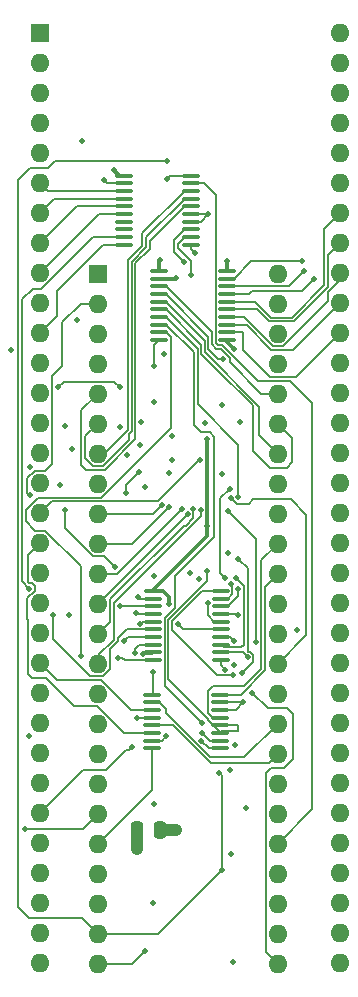
<source format=gbr>
G04 #@! TF.GenerationSoftware,KiCad,Pcbnew,7.0.5*
G04 #@! TF.CreationDate,2023-06-23T21:15:38-07:00*
G04 #@! TF.ProjectId,MCL68,4d434c36-382e-46b6-9963-61645f706362,rev?*
G04 #@! TF.SameCoordinates,Original*
G04 #@! TF.FileFunction,Copper,L4,Bot*
G04 #@! TF.FilePolarity,Positive*
%FSLAX46Y46*%
G04 Gerber Fmt 4.6, Leading zero omitted, Abs format (unit mm)*
G04 Created by KiCad (PCBNEW 7.0.5) date 2023-06-23 21:15:38*
%MOMM*%
%LPD*%
G01*
G04 APERTURE LIST*
G04 Aperture macros list*
%AMRoundRect*
0 Rectangle with rounded corners*
0 $1 Rounding radius*
0 $2 $3 $4 $5 $6 $7 $8 $9 X,Y pos of 4 corners*
0 Add a 4 corners polygon primitive as box body*
4,1,4,$2,$3,$4,$5,$6,$7,$8,$9,$2,$3,0*
0 Add four circle primitives for the rounded corners*
1,1,$1+$1,$2,$3*
1,1,$1+$1,$4,$5*
1,1,$1+$1,$6,$7*
1,1,$1+$1,$8,$9*
0 Add four rect primitives between the rounded corners*
20,1,$1+$1,$2,$3,$4,$5,0*
20,1,$1+$1,$4,$5,$6,$7,0*
20,1,$1+$1,$6,$7,$8,$9,0*
20,1,$1+$1,$8,$9,$2,$3,0*%
G04 Aperture macros list end*
G04 #@! TA.AperFunction,ComponentPad*
%ADD10R,1.600000X1.600000*%
G04 #@! TD*
G04 #@! TA.AperFunction,ComponentPad*
%ADD11O,1.600000X1.600000*%
G04 #@! TD*
G04 #@! TA.AperFunction,SMDPad,CuDef*
%ADD12RoundRect,0.250000X-0.250000X-0.475000X0.250000X-0.475000X0.250000X0.475000X-0.250000X0.475000X0*%
G04 #@! TD*
G04 #@! TA.AperFunction,SMDPad,CuDef*
%ADD13RoundRect,0.100000X-0.637500X-0.100000X0.637500X-0.100000X0.637500X0.100000X-0.637500X0.100000X0*%
G04 #@! TD*
G04 #@! TA.AperFunction,SMDPad,CuDef*
%ADD14RoundRect,0.100000X0.637500X0.100000X-0.637500X0.100000X-0.637500X-0.100000X0.637500X-0.100000X0*%
G04 #@! TD*
G04 #@! TA.AperFunction,ViaPad*
%ADD15C,0.500000*%
G04 #@! TD*
G04 #@! TA.AperFunction,Conductor*
%ADD16C,0.152400*%
G04 #@! TD*
G04 #@! TA.AperFunction,Conductor*
%ADD17C,0.304800*%
G04 #@! TD*
G04 #@! TA.AperFunction,Conductor*
%ADD18C,1.016000*%
G04 #@! TD*
G04 APERTURE END LIST*
D10*
X144043400Y-75793600D03*
D11*
X144043400Y-78333600D03*
X144043400Y-80873600D03*
X144043400Y-83413600D03*
X144043400Y-85953600D03*
X144043400Y-88493600D03*
X144043400Y-91033600D03*
X144043400Y-93573600D03*
X144043400Y-96113600D03*
X144043400Y-98653600D03*
X144043400Y-101193600D03*
X144043400Y-103733600D03*
X144043400Y-106273600D03*
X144043400Y-108813600D03*
X144043400Y-111353600D03*
X144043400Y-113893600D03*
X144043400Y-116433600D03*
X144043400Y-118973600D03*
X144043400Y-121513600D03*
X144043400Y-124053600D03*
X144043400Y-126593600D03*
X144043400Y-129133600D03*
X144043400Y-131673600D03*
X144043400Y-134213600D03*
X159283400Y-134213600D03*
X159283400Y-131673600D03*
X159283400Y-129133600D03*
X159283400Y-126593600D03*
X159283400Y-124053600D03*
X159283400Y-121513600D03*
X159283400Y-118973600D03*
X159283400Y-116433600D03*
X159283400Y-113893600D03*
X159283400Y-111353600D03*
X159283400Y-108813600D03*
X159283400Y-106273600D03*
X159283400Y-103733600D03*
X159283400Y-101193600D03*
X159283400Y-98653600D03*
X159283400Y-96113600D03*
X159283400Y-93573600D03*
X159283400Y-91033600D03*
X159283400Y-88493600D03*
X159283400Y-85953600D03*
X159283400Y-83413600D03*
X159283400Y-80873600D03*
X159283400Y-78333600D03*
X159283400Y-75793600D03*
D10*
X139141200Y-55397400D03*
D11*
X139141200Y-57937400D03*
X139141200Y-60477400D03*
X139141200Y-63017400D03*
X139141200Y-65557400D03*
X139141200Y-68097400D03*
X139141200Y-70637400D03*
X139141200Y-73177400D03*
X139141200Y-75717400D03*
X139141200Y-78257400D03*
X139141200Y-80797400D03*
X139141200Y-83337400D03*
X139141200Y-85877400D03*
X139141200Y-88417400D03*
X139141200Y-90957400D03*
X139141200Y-93497400D03*
X139141200Y-96037400D03*
X139141200Y-98577400D03*
X139141200Y-101117400D03*
X139141200Y-103657400D03*
X139141200Y-106197400D03*
X139141200Y-108737400D03*
X139141200Y-111277400D03*
X139141200Y-113817400D03*
X139141200Y-116357400D03*
X139141200Y-118897400D03*
X139141200Y-121437400D03*
X139141200Y-123977400D03*
X139141200Y-126517400D03*
X139141200Y-129057400D03*
X139141200Y-131597400D03*
X139141200Y-134137400D03*
X164541200Y-134137400D03*
X164541200Y-131597400D03*
X164541200Y-129057400D03*
X164541200Y-126517400D03*
X164541200Y-123977400D03*
X164541200Y-121437400D03*
X164541200Y-118897400D03*
X164541200Y-116357400D03*
X164541200Y-113817400D03*
X164541200Y-111277400D03*
X164541200Y-108737400D03*
X164541200Y-106197400D03*
X164541200Y-103657400D03*
X164541200Y-101117400D03*
X164541200Y-98577400D03*
X164541200Y-96037400D03*
X164541200Y-93497400D03*
X164541200Y-90957400D03*
X164541200Y-88417400D03*
X164541200Y-85877400D03*
X164541200Y-83337400D03*
X164541200Y-80797400D03*
X164541200Y-78257400D03*
X164541200Y-75717400D03*
X164541200Y-73177400D03*
X164541200Y-70637400D03*
X164541200Y-68097400D03*
X164541200Y-65557400D03*
X164541200Y-63017400D03*
X164541200Y-60477400D03*
X164541200Y-57937400D03*
X164541200Y-55397400D03*
D12*
X147386000Y-122885200D03*
X149286000Y-122885200D03*
D13*
X148623100Y-115965400D03*
X148623100Y-115315400D03*
X148623100Y-114665400D03*
X148623100Y-114015400D03*
X148623100Y-113365400D03*
X148623100Y-112715400D03*
X148623100Y-112065400D03*
X148623100Y-111415400D03*
X154348100Y-111415400D03*
X154348100Y-112065400D03*
X154348100Y-112715400D03*
X154348100Y-113365400D03*
X154348100Y-114015400D03*
X154348100Y-114665400D03*
X154348100Y-115315400D03*
X154348100Y-115965400D03*
D14*
X154457400Y-102653000D03*
X154457400Y-103303000D03*
X154457400Y-103953000D03*
X154457400Y-104603000D03*
X154457400Y-105253000D03*
X154457400Y-105903000D03*
X154457400Y-106553000D03*
X154457400Y-107203000D03*
X154457400Y-107853000D03*
X154457400Y-108503000D03*
X148732400Y-108503000D03*
X148732400Y-107853000D03*
X148732400Y-107203000D03*
X148732400Y-106553000D03*
X148732400Y-105903000D03*
X148732400Y-105253000D03*
X148732400Y-104603000D03*
X148732400Y-103953000D03*
X148732400Y-103303000D03*
X148732400Y-102653000D03*
X151942800Y-67474000D03*
X151942800Y-68124000D03*
X151942800Y-68774000D03*
X151942800Y-69424000D03*
X151942800Y-70074000D03*
X151942800Y-70724000D03*
X151942800Y-71374000D03*
X151942800Y-72024000D03*
X151942800Y-72674000D03*
X151942800Y-73324000D03*
X146217800Y-73324000D03*
X146217800Y-72674000D03*
X146217800Y-72024000D03*
X146217800Y-71374000D03*
X146217800Y-70724000D03*
X146217800Y-70074000D03*
X146217800Y-69424000D03*
X146217800Y-68774000D03*
X146217800Y-68124000D03*
X146217800Y-67474000D03*
X154965400Y-75555800D03*
X154965400Y-76205800D03*
X154965400Y-76855800D03*
X154965400Y-77505800D03*
X154965400Y-78155800D03*
X154965400Y-78805800D03*
X154965400Y-79455800D03*
X154965400Y-80105800D03*
X154965400Y-80755800D03*
X154965400Y-81405800D03*
X149240400Y-81405800D03*
X149240400Y-80755800D03*
X149240400Y-80105800D03*
X149240400Y-79455800D03*
X149240400Y-78805800D03*
X149240400Y-78155800D03*
X149240400Y-77505800D03*
X149240400Y-76855800D03*
X149240400Y-76205800D03*
X149240400Y-75555800D03*
D15*
X149840380Y-114939000D03*
X151866600Y-101092010D03*
X146431000Y-94386400D03*
X147550435Y-92557298D03*
X142231400Y-79730600D03*
X149606000Y-82575400D03*
X141859000Y-90652600D03*
X147599400Y-90271600D03*
X147671600Y-88341200D03*
X141208822Y-88703022D03*
X140788200Y-93684125D03*
X153361200Y-103632000D03*
X155701094Y-101550106D03*
X138328400Y-92176600D03*
X155579000Y-106908600D03*
X142697200Y-64566800D03*
X156714000Y-108258720D03*
X148793200Y-101346000D03*
X156032200Y-88315800D03*
X144576800Y-67868800D03*
X148742400Y-109474000D03*
X148818600Y-120675400D03*
X152273000Y-74015600D03*
X148005800Y-93878400D03*
X150626478Y-76153678D03*
X154990800Y-74752200D03*
X155549600Y-82143600D03*
X150622000Y-122885200D03*
X152810962Y-114660163D03*
X150016219Y-92638938D03*
X154833985Y-109314273D03*
X147447000Y-103149400D03*
X148712200Y-129082800D03*
X153390600Y-70739000D03*
X152654000Y-91524231D03*
X147574000Y-105410000D03*
X138222166Y-102445175D03*
X150786714Y-105463797D03*
X153106600Y-88432719D03*
X146532600Y-91135200D03*
X148793200Y-86664800D03*
X146913600Y-115900200D03*
X147294600Y-104546400D03*
X145948422Y-103906922D03*
X141605000Y-104698800D03*
X162331400Y-76250800D03*
X161497804Y-75569000D03*
X161284243Y-74721047D03*
X156337000Y-112090200D03*
X156235400Y-109626400D03*
X155938822Y-99915378D03*
X153301443Y-100949783D03*
X152624600Y-101648259D03*
X147320000Y-113411000D03*
X154325922Y-118038278D03*
X149885400Y-67741800D03*
X154533600Y-126238000D03*
X155676600Y-115671600D03*
X155448000Y-109753400D03*
X149910800Y-66268600D03*
X148024366Y-133153634D03*
X145865360Y-88763396D03*
X138172000Y-114919613D03*
X150342600Y-89560400D03*
X150317200Y-91592400D03*
X154580400Y-92786200D03*
X155016200Y-95885000D03*
X157407796Y-106984800D03*
X155194000Y-94005400D03*
X154809895Y-101537138D03*
X145389600Y-67005200D03*
X147370800Y-124485400D03*
X155041600Y-99466400D03*
X149326600Y-74625200D03*
X155524200Y-108915200D03*
X155219400Y-117830600D03*
X154551300Y-86926500D03*
X152788849Y-115312191D03*
X155270202Y-124884100D03*
X155448000Y-134086600D03*
X153238200Y-97155000D03*
X153238200Y-89789000D03*
X150037800Y-103733600D03*
X147175837Y-107894967D03*
X145867722Y-85403600D03*
X140694600Y-85398796D03*
X151917400Y-75920600D03*
X146257731Y-106852233D03*
X136719596Y-82287216D03*
X140246543Y-104690200D03*
X155288495Y-102060535D03*
X147825085Y-107959047D03*
X155902100Y-102455600D03*
X145469800Y-100609400D03*
X145745200Y-108305600D03*
X141274800Y-95783400D03*
X138277600Y-94538796D03*
X155287910Y-94786089D03*
X152746690Y-95781831D03*
X152102962Y-95675799D03*
X151649993Y-96145318D03*
X151120750Y-95700491D03*
X150080378Y-95508000D03*
X149438428Y-95391681D03*
X137828624Y-122775376D03*
X148818600Y-83642200D03*
X142570200Y-108153200D03*
X152811093Y-113796693D03*
X156616400Y-121005600D03*
X160858200Y-105994200D03*
X155934600Y-94699945D03*
X154670176Y-83048915D03*
X151307800Y-74777600D03*
X155897932Y-104662117D03*
X157124400Y-111302800D03*
D16*
X149463980Y-115315400D02*
X149840380Y-114939000D01*
X148623100Y-115315400D02*
X149463980Y-115315400D01*
X146431000Y-94386400D02*
X146431000Y-93676733D01*
X146431000Y-93676733D02*
X147550435Y-92557298D01*
X146217800Y-68774000D02*
X139817800Y-68774000D01*
X139817800Y-68774000D02*
X139141200Y-68097400D01*
X140354600Y-69424000D02*
X139141200Y-70637400D01*
X146217800Y-69424000D02*
X140354600Y-69424000D01*
X142244600Y-70074000D02*
X139141200Y-73177400D01*
X146217800Y-70074000D02*
X142244600Y-70074000D01*
X146217800Y-70724000D02*
X144134600Y-70724000D01*
X144134600Y-70724000D02*
X139141200Y-75717400D01*
X153905189Y-105253000D02*
X153361200Y-104709011D01*
X153361200Y-104709011D02*
X153361200Y-103632000D01*
X154457400Y-105253000D02*
X153905189Y-105253000D01*
X140538200Y-77241600D02*
X140538200Y-79400400D01*
X146217800Y-73324000D02*
X144455800Y-73324000D01*
X144455800Y-73324000D02*
X140538200Y-77241600D01*
X140538200Y-79400400D02*
X139141200Y-80797400D01*
X156387800Y-102236812D02*
X155701094Y-101550106D01*
X154671000Y-107416600D02*
X156184600Y-107416600D01*
X156387800Y-107213400D02*
X156387800Y-102236812D01*
X154457400Y-107203000D02*
X154671000Y-107416600D01*
X156184600Y-107416600D02*
X156387800Y-107213400D01*
X155223400Y-106553000D02*
X155579000Y-106908600D01*
X154457400Y-106553000D02*
X155223400Y-106553000D01*
X154457400Y-107853000D02*
X156308280Y-107853000D01*
X156308280Y-107853000D02*
X156714000Y-108258720D01*
X154965400Y-74777600D02*
X154990800Y-74752200D01*
X150574356Y-76205800D02*
X150626478Y-76153678D01*
X151942800Y-73324000D02*
X151942800Y-73685400D01*
D17*
X154965400Y-75555800D02*
X154965400Y-74777600D01*
D16*
X144832000Y-68124000D02*
X144576800Y-67868800D01*
X153523739Y-115315400D02*
X152868502Y-114660163D01*
X154965400Y-81405800D02*
X154965400Y-81559400D01*
X148742400Y-111296100D02*
X148742400Y-109474000D01*
X151942800Y-70724000D02*
X153375600Y-70724000D01*
X152755600Y-71374000D02*
X153390600Y-70739000D01*
X148732400Y-103303000D02*
X147600600Y-103303000D01*
X154348100Y-115315400D02*
X153523739Y-115315400D01*
X153375600Y-70724000D02*
X153390600Y-70739000D01*
X148623100Y-111415400D02*
X148742400Y-111296100D01*
X146217800Y-68124000D02*
X144832000Y-68124000D01*
X152868502Y-114660163D02*
X152810962Y-114660163D01*
D17*
X149240400Y-76205800D02*
X150574356Y-76205800D01*
D16*
X154457400Y-108937688D02*
X154833985Y-109314273D01*
D17*
X154965400Y-81559400D02*
X155549600Y-82143600D01*
D16*
X151942800Y-73685400D02*
X152273000Y-74015600D01*
X147600600Y-103303000D02*
X147447000Y-103149400D01*
X154457400Y-108503000D02*
X154457400Y-108937688D01*
X151942800Y-71374000D02*
X152755600Y-71374000D01*
D18*
X149286000Y-122885200D02*
X150622000Y-122885200D01*
D16*
X139141200Y-96037400D02*
X140131800Y-95046800D01*
X149106037Y-95046800D02*
X152628606Y-91524231D01*
X140131800Y-95046800D02*
X149106037Y-95046800D01*
X152628606Y-91524231D02*
X152654000Y-91524231D01*
X138099800Y-99618800D02*
X139141200Y-98577400D01*
X138700766Y-102246932D02*
X138420409Y-101966575D01*
X138074400Y-103269784D02*
X138700766Y-102643418D01*
X139674600Y-110032800D02*
X138430000Y-110032800D01*
X138430000Y-110032800D02*
X138099800Y-109702600D01*
X146269861Y-114665400D02*
X143986661Y-112382200D01*
X138174618Y-101966575D02*
X138099800Y-101891757D01*
X143986661Y-112382200D02*
X142024000Y-112382200D01*
X138700766Y-102643418D02*
X138700766Y-102246932D01*
X142024000Y-112382200D02*
X139674600Y-110032800D01*
X138099800Y-105053652D02*
X138074400Y-105028252D01*
X138099800Y-101891757D02*
X138099800Y-99618800D01*
X138074400Y-105028252D02*
X138074400Y-103269784D01*
X148623100Y-114665400D02*
X146269861Y-114665400D01*
X138099800Y-109702600D02*
X138099800Y-105053652D01*
X138420409Y-101966575D02*
X138174618Y-101966575D01*
X147731000Y-105253000D02*
X147574000Y-105410000D01*
X148732400Y-105253000D02*
X147731000Y-105253000D01*
X146217800Y-72674000D02*
X143639261Y-72674000D01*
X143639261Y-72674000D02*
X139249661Y-77063600D01*
X138506200Y-77063600D02*
X137617200Y-77952600D01*
X137617200Y-77952600D02*
X137617200Y-101840209D01*
X139249661Y-77063600D02*
X138506200Y-77063600D01*
X137617200Y-101840209D02*
X138222166Y-102445175D01*
X151225917Y-105903000D02*
X150786714Y-105463797D01*
X154457400Y-105903000D02*
X151225917Y-105903000D01*
X146878400Y-112715400D02*
X144310000Y-110147000D01*
X140550800Y-110147000D02*
X139141200Y-108737400D01*
X148623100Y-112715400D02*
X146878400Y-112715400D01*
X144310000Y-110147000D02*
X140550800Y-110147000D01*
X146405600Y-116103400D02*
X144703800Y-117805200D01*
X142773400Y-117805200D02*
X139141200Y-121437400D01*
X146710400Y-116103400D02*
X146405600Y-116103400D01*
X148732400Y-104603000D02*
X147351200Y-104603000D01*
X144703800Y-117805200D02*
X142773400Y-117805200D01*
X147351200Y-104603000D02*
X147294600Y-104546400D01*
X146913600Y-115900200D02*
X146710400Y-116103400D01*
X145994500Y-103953000D02*
X145948422Y-103906922D01*
X148732400Y-103953000D02*
X145994500Y-103953000D01*
X154965400Y-80755800D02*
X156337000Y-80755800D01*
X156337000Y-80755800D02*
X156337000Y-82270600D01*
X158623000Y-84556600D02*
X160782000Y-84556600D01*
X160782000Y-84556600D02*
X164541200Y-80797400D01*
X156337000Y-82270600D02*
X158623000Y-84556600D01*
X156629887Y-80105800D02*
X158731087Y-82207000D01*
X158731087Y-82207000D02*
X160591600Y-82207000D01*
X154965400Y-80105800D02*
X156629887Y-80105800D01*
X160591600Y-82207000D02*
X164541200Y-78257400D01*
X164541200Y-76301600D02*
X164541200Y-75717400D01*
X156410939Y-79455800D02*
X158857339Y-81902200D01*
X163499800Y-78111861D02*
X163499800Y-77343000D01*
X158857339Y-81902200D02*
X159709461Y-81902200D01*
X163499800Y-77343000D02*
X164541200Y-76301600D01*
X159709461Y-81902200D02*
X163499800Y-78111861D01*
X154965400Y-79455800D02*
X156410939Y-79455800D01*
X163512600Y-74206000D02*
X164541200Y-73177400D01*
X154965400Y-78805800D02*
X157546548Y-78805800D01*
X158547548Y-79806800D02*
X160604948Y-79806800D01*
X160604948Y-79806800D02*
X163512600Y-76899148D01*
X157546548Y-78805800D02*
X158547548Y-79806800D01*
X163512600Y-76899148D02*
X163512600Y-74206000D01*
X154965400Y-78155800D02*
X157327600Y-78155800D01*
X160436586Y-79502000D02*
X163207800Y-76730786D01*
X163207800Y-71970800D02*
X164541200Y-70637400D01*
X163207800Y-76730786D02*
X163207800Y-71970800D01*
X157327600Y-78155800D02*
X158673800Y-79502000D01*
X158673800Y-79502000D02*
X160436586Y-79502000D01*
X157124400Y-77216000D02*
X156794200Y-77546200D01*
X161340800Y-77216000D02*
X157124400Y-77216000D01*
X162331400Y-76250800D02*
X162306000Y-76250800D01*
X162306000Y-76250800D02*
X161340800Y-77216000D01*
X155005800Y-77546200D02*
X154965400Y-77505800D01*
X156794200Y-77546200D02*
X155005800Y-77546200D01*
X160211004Y-76855800D02*
X161497804Y-75569000D01*
X154965400Y-76855800D02*
X160211004Y-76855800D01*
X157002364Y-74721047D02*
X161284243Y-74721047D01*
X155517611Y-76205800D02*
X157002364Y-74721047D01*
X154965400Y-76205800D02*
X155517611Y-76205800D01*
X156235400Y-109626400D02*
X157192600Y-108669200D01*
X154348100Y-112065400D02*
X156312200Y-112065400D01*
X154348100Y-112715400D02*
X155711800Y-112715400D01*
X155711800Y-112715400D02*
X156337000Y-112090200D01*
X156312200Y-112065400D02*
X156337000Y-112090200D01*
X157192600Y-108669200D02*
X157192600Y-108060477D01*
X156722609Y-100699165D02*
X155938822Y-99915378D01*
X156722609Y-107780120D02*
X156722609Y-100699165D01*
X157192600Y-108060477D02*
X156912243Y-107780120D01*
X156912243Y-107780120D02*
X156722609Y-107780120D01*
X154484900Y-114528600D02*
X154348100Y-114665400D01*
X155905200Y-114528600D02*
X154484900Y-114528600D01*
X153301443Y-101803459D02*
X153301443Y-100949783D01*
X153382000Y-113601511D02*
X153382000Y-113487557D01*
X154348100Y-114567611D02*
X153382000Y-113601511D01*
X150003301Y-105101601D02*
X153301443Y-101803459D01*
X150003301Y-110108858D02*
X150003301Y-105101601D01*
X154348100Y-114015400D02*
X155849200Y-114015400D01*
X153382000Y-113487557D02*
X150003301Y-110108858D01*
X154348100Y-114665400D02*
X154348100Y-114567611D01*
X155905200Y-114071400D02*
X155905200Y-114528600D01*
X155849200Y-114015400D02*
X155905200Y-114071400D01*
X147365600Y-113365400D02*
X147320000Y-113411000D01*
X148623100Y-113365400D02*
X147365600Y-113365400D01*
X151942800Y-67474000D02*
X150127800Y-67474000D01*
X154119103Y-109753400D02*
X154596269Y-109753400D01*
X142722600Y-130352800D02*
X144043400Y-131673600D01*
X155032228Y-109792873D02*
X155071701Y-109753400D01*
X152882954Y-102653000D02*
X150308100Y-105227854D01*
X155071701Y-109753400D02*
X155448000Y-109753400D01*
X150308100Y-105942397D02*
X154119103Y-109753400D01*
X149098000Y-131673600D02*
X144043400Y-131673600D01*
X150308100Y-105227854D02*
X150308100Y-105942397D01*
X154457400Y-102653000D02*
X152882954Y-102653000D01*
X150127800Y-67474000D02*
X150114000Y-67487800D01*
X154635742Y-109792873D02*
X155032228Y-109792873D01*
X140385800Y-66268600D02*
X139776200Y-66878200D01*
X137312400Y-129438400D02*
X138226800Y-130352800D01*
X154533600Y-126238000D02*
X154533600Y-118245956D01*
X154533600Y-126238000D02*
X149098000Y-131673600D01*
X138252200Y-66878200D02*
X137312400Y-67818000D01*
X137312400Y-67818000D02*
X137312400Y-129438400D01*
X150114000Y-67487800D02*
X149885400Y-67716400D01*
X139776200Y-66878200D02*
X138252200Y-66878200D01*
X149885400Y-67716400D02*
X149885400Y-67741800D01*
X154533600Y-118245956D02*
X154325922Y-118038278D01*
X138226800Y-130352800D02*
X142722600Y-130352800D01*
X154596269Y-109753400D02*
X154635742Y-109792873D01*
X149910800Y-66268600D02*
X140385800Y-66268600D01*
X146964400Y-134213600D02*
X148024366Y-133153634D01*
X144043400Y-134213600D02*
X146964400Y-134213600D01*
X144043400Y-124053600D02*
X148623100Y-119473900D01*
X148623100Y-119473900D02*
X148623100Y-115965400D01*
X155016200Y-95885000D02*
X157407802Y-98276602D01*
X157407802Y-98276602D02*
X157407802Y-106984794D01*
X157407802Y-106984794D02*
X157407796Y-106984800D01*
X154406600Y-94792800D02*
X154406600Y-101133843D01*
X154406600Y-101133843D02*
X154809895Y-101537138D01*
X155194000Y-94005400D02*
X154406600Y-94792800D01*
X148732400Y-102653000D02*
X149439796Y-102653000D01*
D17*
X153280631Y-95531166D02*
X153280631Y-89831431D01*
D16*
X149240400Y-74711400D02*
X149326600Y-74625200D01*
X146217800Y-67474000D02*
X145858400Y-67474000D01*
D18*
X147370800Y-122900400D02*
X147386000Y-122885200D01*
X147370800Y-124485400D02*
X147370800Y-122900400D01*
D16*
X154348100Y-115965400D02*
X153442058Y-115965400D01*
X153442058Y-115965400D02*
X152788849Y-115312191D01*
D17*
X149566800Y-102653000D02*
X149284611Y-102653000D01*
D16*
X149284611Y-102653000D02*
X148732400Y-102653000D01*
D17*
X153301490Y-96011637D02*
X153301490Y-95552025D01*
X150037800Y-103124000D02*
X149566800Y-102653000D01*
X153301490Y-95552025D02*
X153280631Y-95531166D01*
X153238200Y-97155000D02*
X153280631Y-97112569D01*
X148732400Y-102545236D02*
X153280631Y-97997005D01*
X148732400Y-102653000D02*
X148732400Y-102545236D01*
X153280631Y-96032496D02*
X153301490Y-96011637D01*
X153280631Y-97997005D02*
X153280631Y-97197431D01*
X145858400Y-67474000D02*
X145389600Y-67005200D01*
X153280631Y-97197431D02*
X153238200Y-97155000D01*
X150037800Y-103733600D02*
X150037800Y-103124000D01*
X153280631Y-97112569D02*
X153280631Y-96032496D01*
D16*
X153280631Y-89831431D02*
X153238200Y-89789000D01*
D17*
X149240400Y-75555800D02*
X149240400Y-74711400D01*
D16*
X148732400Y-107203000D02*
X147533600Y-107203000D01*
X147175837Y-107560763D02*
X147175837Y-107894967D01*
X147533600Y-107203000D02*
X147175837Y-107560763D01*
X151942800Y-72674000D02*
X151390589Y-72674000D01*
X141168396Y-84925000D02*
X140694600Y-85398796D01*
X150825200Y-73618157D02*
X151917400Y-74710357D01*
X145867722Y-85403600D02*
X145389122Y-84925000D01*
X150825200Y-73239389D02*
X150825200Y-73618157D01*
X151390589Y-72674000D02*
X150825200Y-73239389D01*
X145389122Y-84925000D02*
X141168396Y-84925000D01*
X151917400Y-74710357D02*
X151917400Y-75920600D01*
X148732400Y-106553000D02*
X146556964Y-106553000D01*
X146556964Y-106553000D02*
X146257731Y-106852233D01*
X146518083Y-105903000D02*
X145779183Y-106641900D01*
X140246543Y-106700204D02*
X140246543Y-104690200D01*
X145072000Y-109239661D02*
X144469461Y-109842200D01*
X145779183Y-106845100D02*
X145072000Y-107552283D01*
X148732400Y-105903000D02*
X146518083Y-105903000D01*
X145072000Y-107552283D02*
X145072000Y-109239661D01*
X144469461Y-109842200D02*
X143388539Y-109842200D01*
X145779183Y-106641900D02*
X145779183Y-106845100D01*
X143388539Y-109842200D02*
X140246543Y-106700204D01*
X155423500Y-102195540D02*
X155288495Y-102060535D01*
X155423500Y-102889111D02*
X155423500Y-102195540D01*
X154457400Y-103303000D02*
X155009611Y-103303000D01*
X155009611Y-103303000D02*
X155423500Y-102889111D01*
X148626353Y-107959047D02*
X147825085Y-107959047D01*
X148732400Y-107853000D02*
X148626353Y-107959047D01*
X155009611Y-103953000D02*
X155902100Y-103060511D01*
X155902100Y-103060511D02*
X155902100Y-102455600D01*
X154457400Y-103953000D02*
X155009611Y-103953000D01*
X140995400Y-79908400D02*
X142570200Y-78333600D01*
X148732400Y-108503000D02*
X146298200Y-108503000D01*
X144542600Y-99682200D02*
X145469800Y-100609400D01*
X138074400Y-93109539D02*
X138715139Y-92468800D01*
X143617339Y-99682200D02*
X144542600Y-99682200D01*
X140169800Y-91866261D02*
X140169800Y-84417000D01*
X138074400Y-94335596D02*
X138074400Y-93109539D01*
X146298200Y-108503000D02*
X146100800Y-108305600D01*
X139567261Y-92468800D02*
X140169800Y-91866261D01*
X141274800Y-95783400D02*
X141274800Y-97339661D01*
X140169800Y-84417000D02*
X140995400Y-83591400D01*
X146100800Y-108305600D02*
X145745200Y-108305600D01*
X138715139Y-92468800D02*
X139567261Y-92468800D01*
X141274800Y-97339661D02*
X143617339Y-99682200D01*
X138277600Y-94538796D02*
X138074400Y-94335596D01*
X142570200Y-78333600D02*
X144043400Y-78333600D01*
X140995400Y-83591400D02*
X140995400Y-79908400D01*
X158483401Y-117233599D02*
X159283400Y-116433600D01*
X153602362Y-117233599D02*
X158483401Y-117233599D01*
X150384163Y-114015400D02*
X153602362Y-117233599D01*
X148623100Y-114015400D02*
X150384163Y-114015400D01*
X149783800Y-112983985D02*
X149783800Y-112674400D01*
X149783800Y-112674400D02*
X149174800Y-112065400D01*
X153538215Y-116738400D02*
X149783800Y-112983985D01*
X159283400Y-113893600D02*
X156438600Y-116738400D01*
X149174800Y-112065400D02*
X148623100Y-112065400D01*
X156438600Y-116738400D02*
X153538215Y-116738400D01*
X156122052Y-111415400D02*
X158191200Y-109346252D01*
X158191200Y-109346252D02*
X158191200Y-102285800D01*
X154348100Y-111415400D02*
X156122052Y-111415400D01*
X158191200Y-102285800D02*
X159283400Y-101193600D01*
X157886400Y-109220000D02*
X157886400Y-100050600D01*
X153382000Y-111134348D02*
X153823148Y-110693200D01*
X153795889Y-113365400D02*
X153382000Y-112951511D01*
X154348100Y-113365400D02*
X153795889Y-113365400D01*
X153823148Y-110693200D02*
X156413200Y-110693200D01*
X153382000Y-112951511D02*
X153382000Y-111134348D01*
X157886400Y-100050600D02*
X159283400Y-98653600D01*
X156413200Y-110693200D02*
X157886400Y-109220000D01*
X155813229Y-95311408D02*
X155287910Y-94786089D01*
X159283400Y-108813600D02*
X161696400Y-106400600D01*
X161696400Y-96189800D02*
X160401000Y-94894400D01*
X157204718Y-94894400D02*
X156787710Y-95311408D01*
X156787710Y-95311408D02*
X155813229Y-95311408D01*
X160401000Y-94894400D02*
X157204718Y-94894400D01*
X161696400Y-106400600D02*
X161696400Y-96189800D01*
X144043400Y-108813600D02*
X144043400Y-108103148D01*
X152746690Y-96299562D02*
X152746690Y-95781831D01*
X145376800Y-103669452D02*
X152746690Y-96299562D01*
X145376800Y-106769748D02*
X145376800Y-103669452D01*
X144043400Y-108103148D02*
X145376800Y-106769748D01*
X145072000Y-105245000D02*
X145072000Y-103366148D01*
X152128593Y-96435807D02*
X152128593Y-95947075D01*
X152102962Y-95921444D02*
X152102962Y-95675799D01*
X144043400Y-106273600D02*
X145072000Y-105245000D01*
X151459722Y-97104678D02*
X152128593Y-96435807D01*
X145072000Y-103366148D02*
X151333470Y-97104678D01*
X152128593Y-95947075D02*
X152102962Y-95921444D01*
X151333470Y-97104678D02*
X151459722Y-97104678D01*
X151631682Y-96145318D02*
X151649993Y-96145318D01*
X144043400Y-103733600D02*
X151631682Y-96145318D01*
X144043400Y-101193600D02*
X145627641Y-101193600D01*
X145627641Y-101193600D02*
X151120750Y-95700491D01*
X146934778Y-98653600D02*
X150080378Y-95508000D01*
X144043400Y-98653600D02*
X146934778Y-98653600D01*
X148716509Y-96113600D02*
X149438428Y-95391681D01*
X144043400Y-96113600D02*
X148716509Y-96113600D01*
X142781624Y-122775376D02*
X137828624Y-122775376D01*
X148818600Y-81827600D02*
X148818600Y-83642200D01*
X144043400Y-121513600D02*
X142781624Y-122775376D01*
X149240400Y-81405800D02*
X148818600Y-81827600D01*
X149792611Y-80755800D02*
X150206500Y-81169689D01*
X138981939Y-94742000D02*
X137922000Y-95801939D01*
X137922000Y-96755661D02*
X138715139Y-97548800D01*
X150206500Y-88865161D02*
X144329661Y-94742000D01*
X138715139Y-97548800D02*
X139567261Y-97548800D01*
X144329661Y-94742000D02*
X138981939Y-94742000D01*
X150206500Y-81169689D02*
X150206500Y-88865161D01*
X137922000Y-95801939D02*
X137922000Y-96755661D01*
X139567261Y-97548800D02*
X142570200Y-100551739D01*
X149240400Y-80755800D02*
X149792611Y-80755800D01*
X142570200Y-100551739D02*
X142570200Y-108153200D01*
X149240400Y-80105800D02*
X149792611Y-80105800D01*
X153898600Y-98094800D02*
X150603053Y-101390347D01*
X149698500Y-104975350D02*
X149698500Y-110684100D01*
X153492200Y-89179400D02*
X153898600Y-89585800D01*
X152141043Y-88575057D02*
X152745386Y-89179400D01*
X153898600Y-89585800D02*
X153898600Y-98094800D01*
X149698500Y-110684100D02*
X152811093Y-113796693D01*
X152141043Y-82454232D02*
X152141043Y-88575057D01*
X150603053Y-101390347D02*
X150603053Y-104070797D01*
X149792611Y-80105800D02*
X152141043Y-82454232D01*
X152745386Y-89179400D02*
X153492200Y-89179400D01*
X150603053Y-104070797D02*
X149698500Y-104975350D01*
X155934600Y-90250200D02*
X152475300Y-86790900D01*
X152475300Y-86790900D02*
X152475300Y-82138489D01*
X152475300Y-82138489D02*
X149792611Y-79455800D01*
X155934600Y-94699945D02*
X155934600Y-90250200D01*
X149792611Y-79455800D02*
X149240400Y-79455800D01*
X160020000Y-92252800D02*
X160502600Y-91770200D01*
X160502600Y-89712800D02*
X159283400Y-88493600D01*
X160502600Y-91770200D02*
X160502600Y-89712800D01*
X154038663Y-83832315D02*
X157149800Y-86943452D01*
X157149800Y-90830400D02*
X158572200Y-92252800D01*
X152780100Y-81793289D02*
X152780100Y-82599900D01*
X158572200Y-92252800D02*
X160020000Y-92252800D01*
X157149800Y-86943452D02*
X157149800Y-90830400D01*
X154012515Y-83832315D02*
X154038663Y-83832315D01*
X149240400Y-78805800D02*
X149792611Y-78805800D01*
X152780100Y-82599900D02*
X154012515Y-83832315D01*
X149792611Y-78805800D02*
X152780100Y-81793289D01*
X157683200Y-87045800D02*
X157683200Y-89433400D01*
X153084900Y-82447500D02*
X157683200Y-87045800D01*
X149240400Y-78155800D02*
X149792611Y-78155800D01*
X153084900Y-81448089D02*
X153084900Y-82447500D01*
X149792611Y-78155800D02*
X153084900Y-81448089D01*
X157683200Y-89433400D02*
X159283400Y-91033600D01*
X149792611Y-77505800D02*
X153389700Y-81102889D01*
X154245115Y-83048915D02*
X154670176Y-83048915D01*
X153389700Y-82193500D02*
X154245115Y-83048915D01*
X149240400Y-77505800D02*
X149792611Y-77505800D01*
X153389700Y-81102889D02*
X153389700Y-82193500D01*
X153694500Y-80757689D02*
X153694500Y-81768163D01*
X155225105Y-83298768D02*
X157879937Y-85953600D01*
X149240400Y-76855800D02*
X149792611Y-76855800D01*
X157879937Y-85953600D02*
X159283400Y-85953600D01*
X154437305Y-82139200D02*
X155225105Y-82927000D01*
X154065537Y-82139200D02*
X154437305Y-82139200D01*
X155225105Y-82927000D02*
X155225105Y-83298768D01*
X153694500Y-81768163D02*
X154065537Y-82139200D01*
X149792611Y-76855800D02*
X153694500Y-80757689D01*
X151942800Y-68124000D02*
X153036200Y-68124000D01*
X154191789Y-81834400D02*
X154563557Y-81834400D01*
X162204400Y-121132600D02*
X159283400Y-124053600D01*
X162204400Y-86741000D02*
X162204400Y-121132600D01*
X160324800Y-84861400D02*
X162204400Y-86741000D01*
X153999300Y-69087100D02*
X153999300Y-81641911D01*
X153999300Y-81641911D02*
X154191789Y-81834400D01*
X157590557Y-84861400D02*
X160324800Y-84861400D01*
X154563557Y-81834400D02*
X157590557Y-84861400D01*
X153036200Y-68124000D02*
X153999300Y-69087100D01*
X144551400Y-91033600D02*
X144043400Y-91033600D01*
X146583400Y-74650600D02*
X146583400Y-89001600D01*
X147802600Y-72361989D02*
X147802600Y-73431400D01*
X151942800Y-68774000D02*
X151390589Y-68774000D01*
X147802600Y-73431400D02*
X146583400Y-74650600D01*
X151390589Y-68774000D02*
X147802600Y-72361989D01*
X146583400Y-89001600D02*
X144551400Y-91033600D01*
X144469461Y-92062200D02*
X143617339Y-92062200D01*
X142976600Y-91421461D02*
X142976600Y-89560400D01*
X146888200Y-89127852D02*
X146659600Y-89356452D01*
X146659600Y-89356452D02*
X146659600Y-89872061D01*
X148107400Y-72707189D02*
X148107400Y-73557652D01*
X151390589Y-69424000D02*
X148107400Y-72707189D01*
X143617339Y-92062200D02*
X142976600Y-91421461D01*
X151942800Y-69424000D02*
X151390589Y-69424000D01*
X142976600Y-89560400D02*
X144043400Y-88493600D01*
X146659600Y-89872061D02*
X144469461Y-92062200D01*
X146888200Y-74776852D02*
X146888200Y-89127852D01*
X148107400Y-73557652D02*
X146888200Y-74776852D01*
X147193000Y-89769713D02*
X144595713Y-92367000D01*
X147193000Y-74903104D02*
X147193000Y-89769713D01*
X148412200Y-73683904D02*
X147193000Y-74903104D01*
X143065400Y-92367000D02*
X142646400Y-91948000D01*
X148412200Y-73052389D02*
X148412200Y-73683904D01*
X144595713Y-92367000D02*
X143065400Y-92367000D01*
X142646400Y-91948000D02*
X142646400Y-87350600D01*
X151942800Y-70074000D02*
X151390589Y-70074000D01*
X142646400Y-87350600D02*
X144043400Y-85953600D01*
X151390589Y-70074000D02*
X148412200Y-73052389D01*
X151390589Y-72024000D02*
X150520400Y-72894189D01*
X150520400Y-73990200D02*
X151307800Y-74777600D01*
X151942800Y-72024000D02*
X151390589Y-72024000D01*
X150520400Y-72894189D02*
X150520400Y-73990200D01*
X159283400Y-134213600D02*
X158254800Y-133185000D01*
X158419800Y-112598200D02*
X157124400Y-111302800D01*
X160528000Y-116840000D02*
X160528000Y-113055400D01*
X160528000Y-113055400D02*
X160070800Y-112598200D01*
X158717539Y-117602000D02*
X159766000Y-117602000D01*
X159766000Y-117602000D02*
X160528000Y-116840000D01*
X158254800Y-118064739D02*
X158717539Y-117602000D01*
X160070800Y-112598200D02*
X158419800Y-112598200D01*
X158254800Y-133185000D02*
X158254800Y-118064739D01*
X155838815Y-104603000D02*
X155897932Y-104662117D01*
X154457400Y-104603000D02*
X155838815Y-104603000D01*
M02*

</source>
